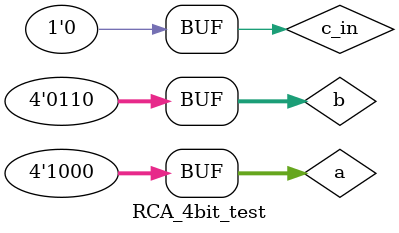
<source format=v>



module RCA_4bit_test;
reg [3:0] a,b;
reg c_in;
wire [3:0] sum;
wire c_out;
RCA_4bit X1(a,b,c_in,sum,c_out);
initial
begin
a=4'b0011;b=4'b1001;c_in=0;
#40;
a=4'b1000;b=4'b0110;c_in=0;
#40;



end


    
endmodule

</source>
